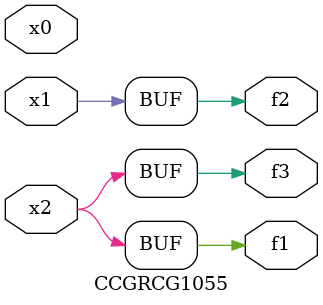
<source format=v>
module CCGRCG1055(
	input x0, x1, x2,
	output f1, f2, f3
);
	assign f1 = x2;
	assign f2 = x1;
	assign f3 = x2;
endmodule

</source>
